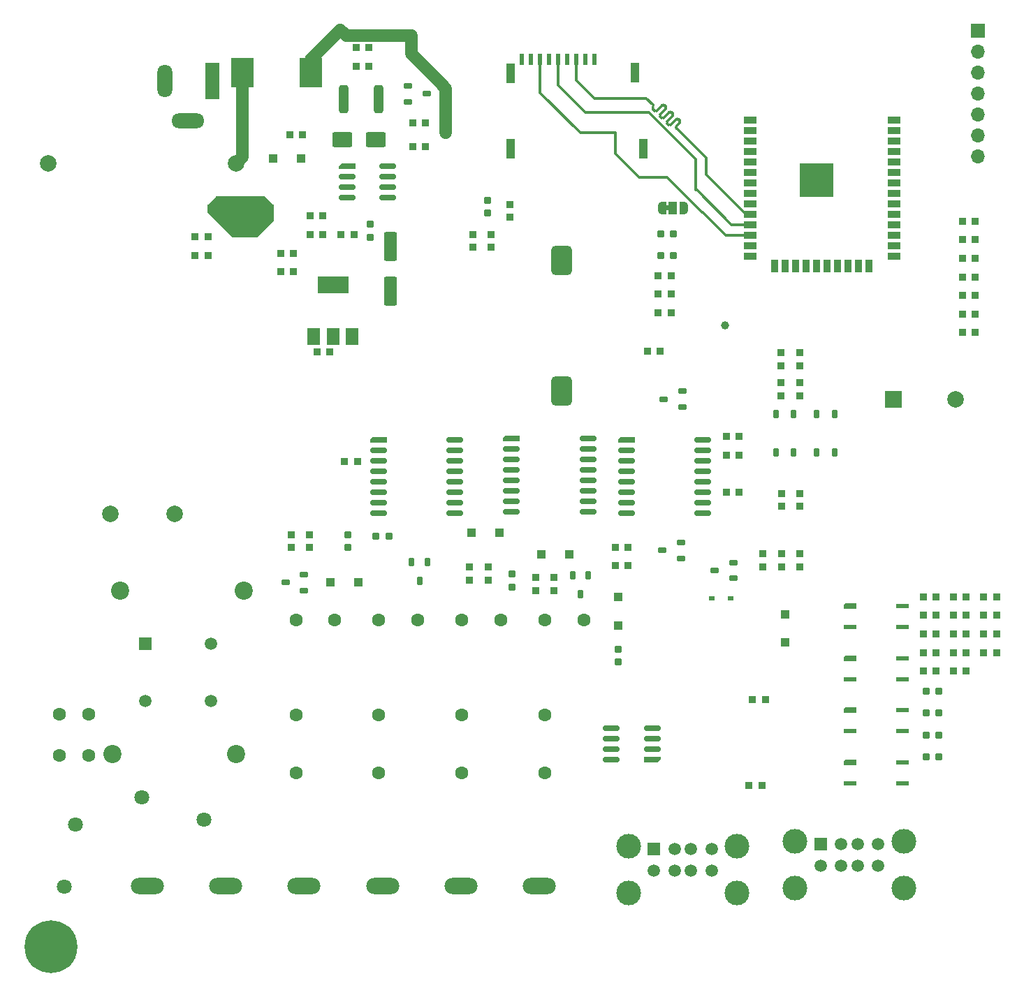
<source format=gbr>
%TF.GenerationSoftware,KiCad,Pcbnew,9.0.2*%
%TF.CreationDate,2025-09-14T14:53:02+07:00*%
%TF.ProjectId,train1,74726169-6e31-42e6-9b69-6361645f7063,rev?*%
%TF.SameCoordinates,Original*%
%TF.FileFunction,Copper,L1,Top*%
%TF.FilePolarity,Positive*%
%FSLAX46Y46*%
G04 Gerber Fmt 4.6, Leading zero omitted, Abs format (unit mm)*
G04 Created by KiCad (PCBNEW 9.0.2) date 2025-09-14 14:53:02*
%MOMM*%
%LPD*%
G01*
G04 APERTURE LIST*
G04 Aperture macros list*
%AMRoundRect*
0 Rectangle with rounded corners*
0 $1 Rounding radius*
0 $2 $3 $4 $5 $6 $7 $8 $9 X,Y pos of 4 corners*
0 Add a 4 corners polygon primitive as box body*
4,1,4,$2,$3,$4,$5,$6,$7,$8,$9,$2,$3,0*
0 Add four circle primitives for the rounded corners*
1,1,$1+$1,$2,$3*
1,1,$1+$1,$4,$5*
1,1,$1+$1,$6,$7*
1,1,$1+$1,$8,$9*
0 Add four rect primitives between the rounded corners*
20,1,$1+$1,$2,$3,$4,$5,0*
20,1,$1+$1,$4,$5,$6,$7,0*
20,1,$1+$1,$6,$7,$8,$9,0*
20,1,$1+$1,$8,$9,$2,$3,0*%
%AMOutline4P*
0 Free polygon, 4 corners , with rotation*
0 The origin of the aperture is its center*
0 number of corners: always 4*
0 $1 to $8 corner X, Y*
0 $9 Rotation angle, in degrees counterclockwise*
0 create outline with 4 corners*
4,1,4,$1,$2,$3,$4,$5,$6,$7,$8,$1,$2,$9*%
%AMOutline5P*
0 Free polygon, 5 corners , with rotation*
0 The origin of the aperture is its center*
0 number of corners: always 5*
0 $1 to $10 corner X, Y*
0 $11 Rotation angle, in degrees counterclockwise*
0 create outline with 5 corners*
4,1,5,$1,$2,$3,$4,$5,$6,$7,$8,$9,$10,$1,$2,$11*%
%AMOutline6P*
0 Free polygon, 6 corners , with rotation*
0 The origin of the aperture is its center*
0 number of corners: always 6*
0 $1 to $12 corner X, Y*
0 $13 Rotation angle, in degrees counterclockwise*
0 create outline with 6 corners*
4,1,6,$1,$2,$3,$4,$5,$6,$7,$8,$9,$10,$11,$12,$1,$2,$13*%
%AMOutline7P*
0 Free polygon, 7 corners , with rotation*
0 The origin of the aperture is its center*
0 number of corners: always 7*
0 $1 to $14 corner X, Y*
0 $15 Rotation angle, in degrees counterclockwise*
0 create outline with 7 corners*
4,1,7,$1,$2,$3,$4,$5,$6,$7,$8,$9,$10,$11,$12,$13,$14,$1,$2,$15*%
%AMOutline8P*
0 Free polygon, 8 corners , with rotation*
0 The origin of the aperture is its center*
0 number of corners: always 8*
0 $1 to $16 corner X, Y*
0 $17 Rotation angle, in degrees counterclockwise*
0 create outline with 8 corners*
4,1,8,$1,$2,$3,$4,$5,$6,$7,$8,$9,$10,$11,$12,$13,$14,$15,$16,$1,$2,$17*%
%AMFreePoly0*
4,1,23,0.550000,-0.750000,0.000000,-0.750000,0.000000,-0.745722,-0.065263,-0.745722,-0.191342,-0.711940,-0.304381,-0.646677,-0.396677,-0.554381,-0.461940,-0.441342,-0.495722,-0.315263,-0.495722,-0.250000,-0.500000,-0.250000,-0.500000,0.250000,-0.495722,0.250000,-0.495722,0.315263,-0.461940,0.441342,-0.396677,0.554381,-0.304381,0.646677,-0.191342,0.711940,-0.065263,0.745722,0.000000,0.745722,
0.000000,0.750000,0.550000,0.750000,0.550000,-0.750000,0.550000,-0.750000,$1*%
%AMFreePoly1*
4,1,23,0.000000,0.745722,0.065263,0.745722,0.191342,0.711940,0.304381,0.646677,0.396677,0.554381,0.461940,0.441342,0.495722,0.315263,0.495722,0.250000,0.500000,0.250000,0.500000,-0.250000,0.495722,-0.250000,0.495722,-0.315263,0.461940,-0.441342,0.396677,-0.554381,0.304381,-0.646677,0.191342,-0.711940,0.065263,-0.745722,0.000000,-0.745722,0.000000,-0.750000,-0.550000,-0.750000,
-0.550000,0.750000,0.000000,0.750000,0.000000,0.745722,0.000000,0.745722,$1*%
G04 Aperture macros list end*
%TA.AperFunction,EtchedComponent*%
%ADD10C,0.000000*%
%TD*%
%TA.AperFunction,ComponentPad*%
%ADD11R,2.000000X2.000000*%
%TD*%
%TA.AperFunction,ComponentPad*%
%ADD12C,2.000000*%
%TD*%
%TA.AperFunction,ComponentPad*%
%ADD13O,1.700000X1.700000*%
%TD*%
%TA.AperFunction,ComponentPad*%
%ADD14R,1.700000X1.700000*%
%TD*%
%TA.AperFunction,SMDPad,CuDef*%
%ADD15R,2.700000X3.600000*%
%TD*%
%TA.AperFunction,SMDPad,CuDef*%
%ADD16RoundRect,0.275000X0.275000X0.275000X-0.275000X0.275000X-0.275000X-0.275000X0.275000X-0.275000X0*%
%TD*%
%TA.AperFunction,SMDPad,CuDef*%
%ADD17RoundRect,0.180000X1.020000X0.720000X-1.020000X0.720000X-1.020000X-0.720000X1.020000X-0.720000X0*%
%TD*%
%TA.AperFunction,SMDPad,CuDef*%
%ADD18RoundRect,0.085000X0.340000X0.365000X-0.340000X0.365000X-0.340000X-0.365000X0.340000X-0.365000X0*%
%TD*%
%TA.AperFunction,SMDPad,CuDef*%
%ADD19RoundRect,0.085000X-0.340000X-0.365000X0.340000X-0.365000X0.340000X0.365000X-0.340000X0.365000X0*%
%TD*%
%TA.AperFunction,SMDPad,CuDef*%
%ADD20RoundRect,0.250000X0.312500X1.450000X-0.312500X1.450000X-0.312500X-1.450000X0.312500X-1.450000X0*%
%TD*%
%TA.AperFunction,SMDPad,CuDef*%
%ADD21RoundRect,0.127500X0.322500X-0.297500X0.322500X0.297500X-0.322500X0.297500X-0.322500X-0.297500X0*%
%TD*%
%TA.AperFunction,SMDPad,CuDef*%
%ADD22RoundRect,0.150000X-0.825000X-0.150000X0.825000X-0.150000X0.825000X0.150000X-0.825000X0.150000X0*%
%TD*%
%TA.AperFunction,SMDPad,CuDef*%
%ADD23Outline5P,-0.975000X0.000000X-0.675000X0.300000X0.975000X0.300000X0.975000X-0.300000X-0.975000X-0.300000X0.000000*%
%TD*%
%TA.AperFunction,SMDPad,CuDef*%
%ADD24RoundRect,0.127500X-0.297500X-0.322500X0.297500X-0.322500X0.297500X0.322500X-0.297500X0.322500X0*%
%TD*%
%TA.AperFunction,SMDPad,CuDef*%
%ADD25Outline5P,-0.750000X0.120000X-0.570000X0.300000X0.750000X0.300000X0.750000X-0.300000X-0.750000X-0.300000X0.000000*%
%TD*%
%TA.AperFunction,SMDPad,CuDef*%
%ADD26R,1.500000X0.600000*%
%TD*%
%TA.AperFunction,SMDPad,CuDef*%
%ADD27RoundRect,0.085000X0.365000X-0.340000X0.365000X0.340000X-0.365000X0.340000X-0.365000X-0.340000X0*%
%TD*%
%TA.AperFunction,ComponentPad*%
%ADD28C,1.607998*%
%TD*%
%TA.AperFunction,ComponentPad*%
%ADD29C,1.600000*%
%TD*%
%TA.AperFunction,ComponentPad*%
%ADD30R,1.500000X1.500000*%
%TD*%
%TA.AperFunction,ComponentPad*%
%ADD31C,1.500000*%
%TD*%
%TA.AperFunction,ComponentPad*%
%ADD32C,3.000000*%
%TD*%
%TA.AperFunction,SMDPad,CuDef*%
%ADD33RoundRect,0.085000X-0.365000X0.340000X-0.365000X-0.340000X0.365000X-0.340000X0.365000X0.340000X0*%
%TD*%
%TA.AperFunction,ComponentPad*%
%ADD34Outline4P,-0.750000X-0.750000X0.750000X-0.750000X0.750000X0.750000X-0.750000X0.750000X0.000000*%
%TD*%
%TA.AperFunction,SMDPad,CuDef*%
%ADD35RoundRect,0.090000X-0.410000X-0.210000X0.410000X-0.210000X0.410000X0.210000X-0.410000X0.210000X0*%
%TD*%
%TA.AperFunction,SMDPad,CuDef*%
%ADD36Outline5P,-1.025000X0.000000X-0.725000X0.300000X1.025000X0.300000X1.025000X-0.300000X-1.025000X-0.300000X0.000000*%
%TD*%
%TA.AperFunction,SMDPad,CuDef*%
%ADD37RoundRect,0.150000X-0.875000X-0.150000X0.875000X-0.150000X0.875000X0.150000X-0.875000X0.150000X0*%
%TD*%
%TA.AperFunction,ComponentPad*%
%ADD38C,2.200000*%
%TD*%
%TA.AperFunction,SMDPad,CuDef*%
%ADD39RoundRect,0.275000X0.275000X-0.275000X0.275000X0.275000X-0.275000X0.275000X-0.275000X-0.275000X0*%
%TD*%
%TA.AperFunction,SMDPad,CuDef*%
%ADD40RoundRect,0.162500X-0.162500X0.362500X-0.162500X-0.362500X0.162500X-0.362500X0.162500X0.362500X0*%
%TD*%
%TA.AperFunction,SMDPad,CuDef*%
%ADD41RoundRect,0.090000X-0.210000X0.410000X-0.210000X-0.410000X0.210000X-0.410000X0.210000X0.410000X0*%
%TD*%
%TA.AperFunction,ComponentPad*%
%ADD42C,1.800000*%
%TD*%
%TA.AperFunction,SMDPad,CuDef*%
%ADD43RoundRect,0.647700X0.647700X-1.155700X0.647700X1.155700X-0.647700X1.155700X-0.647700X-1.155700X0*%
%TD*%
%TA.AperFunction,SMDPad,CuDef*%
%ADD44R,1.500000X0.900000*%
%TD*%
%TA.AperFunction,SMDPad,CuDef*%
%ADD45R,0.900000X1.500000*%
%TD*%
%TA.AperFunction,ComponentPad*%
%ADD46C,0.600000*%
%TD*%
%TA.AperFunction,SMDPad,CuDef*%
%ADD47R,4.100000X4.100000*%
%TD*%
%TA.AperFunction,SMDPad,CuDef*%
%ADD48R,0.800000X0.600000*%
%TD*%
%TA.AperFunction,SMDPad,CuDef*%
%ADD49FreePoly0,0.000000*%
%TD*%
%TA.AperFunction,SMDPad,CuDef*%
%ADD50R,1.000000X1.500000*%
%TD*%
%TA.AperFunction,SMDPad,CuDef*%
%ADD51FreePoly1,0.000000*%
%TD*%
%TA.AperFunction,SMDPad,CuDef*%
%ADD52RoundRect,0.090000X0.410000X0.210000X-0.410000X0.210000X-0.410000X-0.210000X0.410000X-0.210000X0*%
%TD*%
%TA.AperFunction,SMDPad,CuDef*%
%ADD53R,0.620000X1.400000*%
%TD*%
%TA.AperFunction,SMDPad,CuDef*%
%ADD54R,1.100000X2.400000*%
%TD*%
%TA.AperFunction,ComponentPad*%
%ADD55R,1.800000X4.400000*%
%TD*%
%TA.AperFunction,ComponentPad*%
%ADD56O,1.800000X4.000000*%
%TD*%
%TA.AperFunction,ComponentPad*%
%ADD57O,4.000000X1.800000*%
%TD*%
%TA.AperFunction,SMDPad,CuDef*%
%ADD58RoundRect,0.250000X0.550000X-1.500000X0.550000X1.500000X-0.550000X1.500000X-0.550000X-1.500000X0*%
%TD*%
%TA.AperFunction,SMDPad,CuDef*%
%ADD59R,1.500000X2.000000*%
%TD*%
%TA.AperFunction,SMDPad,CuDef*%
%ADD60R,3.800000X2.000000*%
%TD*%
%TA.AperFunction,SMDPad,CuDef*%
%ADD61C,1.000000*%
%TD*%
%TA.AperFunction,SMDPad,CuDef*%
%ADD62Outline5P,-0.975000X0.000000X-0.675000X0.300000X0.975000X0.300000X0.975000X-0.300000X-0.975000X-0.300000X180.000000*%
%TD*%
%TA.AperFunction,SMDPad,CuDef*%
%ADD63RoundRect,0.150000X0.825000X0.150000X-0.825000X0.150000X-0.825000X-0.150000X0.825000X-0.150000X0*%
%TD*%
%TA.AperFunction,ComponentPad*%
%ADD64O,4.000000X2.000000*%
%TD*%
%TA.AperFunction,ComponentPad*%
%ADD65C,0.800000*%
%TD*%
%TA.AperFunction,ComponentPad*%
%ADD66C,6.400000*%
%TD*%
%TA.AperFunction,SMDPad,CuDef*%
%ADD67RoundRect,0.127500X0.297500X0.322500X-0.297500X0.322500X-0.297500X-0.322500X0.297500X-0.322500X0*%
%TD*%
%TA.AperFunction,Conductor*%
%ADD68C,0.300000*%
%TD*%
%TA.AperFunction,Conductor*%
%ADD69C,1.500000*%
%TD*%
G04 APERTURE END LIST*
D10*
%TA.AperFunction,EtchedComponent*%
%TO.C,JP2*%
G36*
X222015000Y-51700000D02*
G01*
X221515000Y-51700000D01*
X221515000Y-51100000D01*
X222015000Y-51100000D01*
X222015000Y-51700000D01*
G37*
%TD.AperFunction*%
%TD*%
D11*
%TO.P,BZ1,1,-*%
%TO.N,+5V*%
X249100000Y-74600000D03*
D12*
%TO.P,BZ1,2,+*%
%TO.N,Net-(BZ1-+)*%
X256700000Y-74600000D03*
%TD*%
D13*
%TO.P,J5,7,Pin_7*%
%TO.N,+5V*%
X259400000Y-45140000D03*
%TO.P,J5,6,Pin_6*%
%TO.N,+3.3V*%
X259400000Y-42600000D03*
%TO.P,J5,5,Pin_5*%
%TO.N,/ESP32/ESP_BOOT*%
X259400000Y-40060000D03*
%TO.P,J5,4,Pin_4*%
%TO.N,/ESP32/ESP_RX*%
X259400000Y-37520000D03*
%TO.P,J5,3,Pin_3*%
%TO.N,/ESP32/ESP_TX*%
X259400000Y-34980000D03*
%TO.P,J5,2,Pin_2*%
%TO.N,/ESP32/ESP_RST*%
X259400000Y-32440000D03*
D14*
%TO.P,J5,1,Pin_1*%
%TO.N,GND*%
X259400000Y-29900000D03*
%TD*%
D15*
%TO.P,L1,2,2*%
%TO.N,+5V*%
X170250000Y-35000000D03*
%TO.P,L1,1,1*%
%TO.N,/Power/VOUT*%
X178550000Y-35000000D03*
%TD*%
D16*
%TO.P,Z2,2*%
%TO.N,VDC*%
X177325000Y-45400000D03*
%TO.P,Z2,1*%
%TO.N,Net-(Q6-G)*%
X173925000Y-45400000D03*
%TD*%
D17*
%TO.P,D2,2*%
%TO.N,/Power/VOUT*%
X186400000Y-43100000D03*
%TO.P,D2,1*%
%TO.N,GND*%
X182350000Y-43100000D03*
%TD*%
D18*
%TO.P,C10,2*%
%TO.N,VDC*%
X175950000Y-42480000D03*
%TO.P,C10,1*%
%TO.N,GND*%
X177500000Y-42480000D03*
%TD*%
D19*
%TO.P,C14,2*%
%TO.N,+5V*%
X176435000Y-56900000D03*
%TO.P,C14,1*%
%TO.N,GND*%
X174885000Y-56900000D03*
%TD*%
D20*
%TO.P,F2,2*%
%TO.N,/Power/B*%
X182467500Y-38160000D03*
%TO.P,F2,1*%
%TO.N,/Power/A*%
X186742500Y-38160000D03*
%TD*%
D19*
%TO.P,C17,2*%
%TO.N,+3.3V*%
X179975000Y-54600000D03*
%TO.P,C17,1*%
%TO.N,GND*%
X178425000Y-54600000D03*
%TD*%
%TO.P,R6,2*%
%TO.N,/Power/ESP.DN*%
X183735000Y-54650000D03*
%TO.P,R6,1*%
%TO.N,+3.3V*%
X182185000Y-54650000D03*
%TD*%
D21*
%TO.P,LE4,2*%
%TO.N,GND*%
X185700000Y-54925000D03*
%TO.P,LE4,1*%
%TO.N,/Power/ESP.DN*%
X185700000Y-53375000D03*
%TD*%
D19*
%TO.P,C16,2*%
%TO.N,+3.3V*%
X179975000Y-52350000D03*
%TO.P,C16,1*%
%TO.N,GND*%
X178425000Y-52350000D03*
%TD*%
%TO.P,C15,2*%
%TO.N,+5V*%
X176435000Y-59150000D03*
%TO.P,C15,1*%
%TO.N,GND*%
X174885000Y-59150000D03*
%TD*%
D18*
%TO.P,C8,2*%
%TO.N,GND*%
X184025000Y-34200000D03*
%TO.P,C8,1*%
%TO.N,Net-(Q6-G)*%
X185575000Y-34200000D03*
%TD*%
D22*
%TO.P,U1,8,GND*%
%TO.N,GND*%
X187850000Y-46320000D03*
%TO.P,U1,7,GND*%
X187850000Y-47590000D03*
%TO.P,U1,6,GND*%
X187850000Y-48860000D03*
%TO.P,U1,5,GND*%
X187850000Y-50130000D03*
%TO.P,U1,4,ON/OFF*%
X182900000Y-50130000D03*
%TO.P,U1,3,FB*%
%TO.N,Net-(U1-FB)*%
X182900000Y-48860000D03*
%TO.P,U1,2,OUTPUT*%
%TO.N,/Power/VOUT*%
X182900000Y-47590000D03*
D23*
%TO.P,U1,1,VIN*%
%TO.N,VDC*%
X182900000Y-46320000D03*
%TD*%
D19*
%TO.P,R17,2*%
%TO.N,Net-(R17-Pad2)*%
X257975000Y-100805000D03*
%TO.P,R17,1*%
%TO.N,+5V_ISO*%
X256425000Y-100805000D03*
%TD*%
%TO.P,C25,2*%
%TO.N,GND_ISO*%
X254325000Y-103055000D03*
%TO.P,C25,1*%
%TO.N,+5V_ISO*%
X252775000Y-103055000D03*
%TD*%
D24*
%TO.P,LE12,2*%
%TO.N,/INPUT_OUTPUT_DIGI/OUT2*%
X253075000Y-117955000D03*
%TO.P,LE12,1*%
%TO.N,Net-(LE12-Pad1)*%
X254625000Y-117955000D03*
%TD*%
D25*
%TO.P,U9,1*%
%TO.N,Net-(R20-Pad2)*%
X243850000Y-118635000D03*
D26*
%TO.P,U9,2*%
%TO.N,/ESP32/ESP_OUT1*%
X243850000Y-121175000D03*
%TO.P,U9,3*%
%TO.N,GND*%
X250200000Y-121175000D03*
%TO.P,U9,4*%
%TO.N,/INPUT_OUTPUT_DIGI/OUT1*%
X250200000Y-118635000D03*
%TD*%
D24*
%TO.P,LE2,2*%
%TO.N,/ESP32/ESP_IN1*%
X253075000Y-110005000D03*
%TO.P,LE2,1*%
%TO.N,Net-(LE2-Pad1)*%
X254625000Y-110005000D03*
%TD*%
D19*
%TO.P,C13,2*%
%TO.N,GND_ISO*%
X254325000Y-100805000D03*
%TO.P,C13,1*%
%TO.N,+5V_ISO*%
X252775000Y-100805000D03*
%TD*%
D24*
%TO.P,LE9,2*%
%TO.N,/INPUT_OUTPUT_DIGI/OUT1*%
X253075000Y-115305000D03*
%TO.P,LE9,1*%
%TO.N,Net-(LE9-Pad1)*%
X254625000Y-115305000D03*
%TD*%
D26*
%TO.P,U8,4*%
%TO.N,/ESP32/ESP_IN2*%
X250200000Y-112310000D03*
%TO.P,U8,3*%
%TO.N,GND*%
X250200000Y-114850000D03*
%TO.P,U8,2*%
%TO.N,/INPUT_OUTPUT_DIGI/IN2*%
X243850000Y-114850000D03*
D25*
%TO.P,U8,1*%
%TO.N,Net-(R17-Pad2)*%
X243850000Y-112310000D03*
%TD*%
D19*
%TO.P,R4,2*%
%TO.N,Net-(LE2-Pad1)*%
X254325000Y-107555000D03*
%TO.P,R4,1*%
%TO.N,+3.3V*%
X252775000Y-107555000D03*
%TD*%
%TO.P,R3,2*%
%TO.N,/ESP32/ESP_IN1*%
X254325000Y-105305000D03*
%TO.P,R3,1*%
%TO.N,+3.3V*%
X252775000Y-105305000D03*
%TD*%
D26*
%TO.P,U5,4*%
%TO.N,/INPUT_OUTPUT_DIGI/OUT2*%
X250200000Y-99660000D03*
%TO.P,U5,3*%
%TO.N,GND*%
X250200000Y-102200000D03*
%TO.P,U5,2*%
%TO.N,/ESP32/ESP_OUT2*%
X243850000Y-102200000D03*
D25*
%TO.P,U5,1*%
%TO.N,Net-(R27-Pad2)*%
X243850000Y-99660000D03*
%TD*%
D19*
%TO.P,R20,2*%
%TO.N,Net-(R20-Pad2)*%
X257975000Y-107555000D03*
%TO.P,R20,1*%
%TO.N,+3.3V*%
X256425000Y-107555000D03*
%TD*%
%TO.P,R19,2*%
%TO.N,Net-(LE3-Pad1)*%
X257975000Y-105305000D03*
%TO.P,R19,1*%
%TO.N,+3.3V*%
X256425000Y-105305000D03*
%TD*%
D26*
%TO.P,U6,4*%
%TO.N,/ESP32/ESP_IN1*%
X250200000Y-105985000D03*
%TO.P,U6,3*%
%TO.N,GND*%
X250200000Y-108525000D03*
%TO.P,U6,2*%
%TO.N,/INPUT_OUTPUT_DIGI/IN1*%
X243850000Y-108525000D03*
D25*
%TO.P,U6,1*%
%TO.N,Net-(R5-Pad2)*%
X243850000Y-105985000D03*
%TD*%
D19*
%TO.P,R18,2*%
%TO.N,/ESP32/ESP_IN2*%
X257975000Y-103055000D03*
%TO.P,R18,1*%
%TO.N,+3.3V*%
X256425000Y-103055000D03*
%TD*%
D24*
%TO.P,LE3,2*%
%TO.N,/ESP32/ESP_IN2*%
X253075000Y-112655000D03*
%TO.P,LE3,1*%
%TO.N,Net-(LE3-Pad1)*%
X254625000Y-112655000D03*
%TD*%
D27*
%TO.P,R1,1*%
%TO.N,+5V*%
X202650000Y-52525000D03*
%TO.P,R1,2*%
%TO.N,Net-(LE1-Pad1)*%
X202650000Y-50975000D03*
%TD*%
%TO.P,R9,1*%
%TO.N,+5V*%
X197737500Y-96512499D03*
%TO.P,R9,2*%
%TO.N,Net-(LE5-Pad1)*%
X197737500Y-94962499D03*
%TD*%
D19*
%TO.P,R36,1*%
%TO.N,+3.3V*%
X219325000Y-68800000D03*
%TO.P,R36,2*%
%TO.N,/ESP32/ESP_SDCARD_DET*%
X220875000Y-68800000D03*
%TD*%
D24*
%TO.P,LE14,1*%
%TO.N,Net-(LE14-Pad1)*%
X222490000Y-57150000D03*
%TO.P,LE14,2*%
%TO.N,/ESP32/ESP_CO2_TX*%
X220940000Y-57150000D03*
%TD*%
D28*
%TO.P,RL3,1,1*%
%TO.N,Net-(Q4-D)*%
X186766665Y-101400000D03*
%TO.P,RL3,2,2*%
%TO.N,/RELAY/RELAY1_OUT*%
X186766665Y-112900000D03*
%TO.P,RL3,3,3*%
%TO.N,Line   *%
X186766665Y-119899998D03*
%TO.P,RL3,4,4*%
%TO.N,+5V*%
X191466666Y-101400000D03*
%TD*%
D19*
%TO.P,C12,1*%
%TO.N,+5V*%
X252775000Y-98555000D03*
%TO.P,C12,2*%
%TO.N,GND*%
X254325000Y-98555000D03*
%TD*%
D29*
%TO.P,C2,1*%
%TO.N,Net-(PS1-AC{slash}L)*%
X148050000Y-117800000D03*
%TO.P,C2,2*%
%TO.N,Earth*%
X148050000Y-112800000D03*
%TD*%
D12*
%TO.P,PS1,1,AC/L*%
%TO.N,Net-(PS1-AC{slash}L)*%
X154200000Y-88450000D03*
%TO.P,PS1,2,AC/N*%
%TO.N,Net-(PS1-AC{slash}N)*%
X162000000Y-88450000D03*
%TO.P,PS1,3,-Vout*%
%TO.N,GND*%
X146700000Y-45950000D03*
%TO.P,PS1,4,+Vout*%
%TO.N,+5V*%
X169500000Y-45950000D03*
%TD*%
D19*
%TO.P,R38,1*%
%TO.N,Net-(R37-Pad2)*%
X164500000Y-57150000D03*
%TO.P,R38,2*%
%TO.N,+5V*%
X166050000Y-57150000D03*
%TD*%
D21*
%TO.P,LE8,1*%
%TO.N,Net-(LE8-Pad1)*%
X202900000Y-95812500D03*
%TO.P,LE8,2*%
%TO.N,Net-(Q5-D)*%
X202900000Y-97362500D03*
%TD*%
D19*
%TO.P,R32,1*%
%TO.N,+3.3V*%
X257510000Y-64250000D03*
%TO.P,R32,2*%
%TO.N,/ESP32/ESP.SDA*%
X259060000Y-64250000D03*
%TD*%
%TO.P,R23,1*%
%TO.N,+5V_ISO*%
X231625000Y-121400000D03*
%TO.P,R23,2*%
%TO.N,/INPUT_OUTPUT_DIGI/OUT1*%
X233175000Y-121400000D03*
%TD*%
D30*
%TO.P,J2,1,VBUS1*%
%TO.N,+5V_ISO*%
X220100000Y-129120000D03*
D31*
%TO.P,J2,2,D1-*%
%TO.N,/INPUT_OUTPUT_DIGI/IN2*%
X222600000Y-129120000D03*
%TO.P,J2,3,D1+*%
%TO.N,/INPUT_OUTPUT_DIGI/IN1*%
X224600000Y-129120000D03*
%TO.P,J2,4,GND1*%
%TO.N,GND_ISO*%
X227100000Y-129120000D03*
%TO.P,J2,5,VBUS2*%
%TO.N,+5V_ISO*%
X220100000Y-131740000D03*
%TO.P,J2,6,D2-*%
%TO.N,/INPUT_OUTPUT_DIGI/OUT2*%
X222600000Y-131740000D03*
%TO.P,J2,7,D2+*%
%TO.N,/INPUT_OUTPUT_DIGI/OUT1*%
X224600000Y-131740000D03*
%TO.P,J2,8,GND2*%
%TO.N,GND_ISO*%
X227100000Y-131740000D03*
D32*
%TO.P,J2,9,Shield*%
X217030000Y-128770000D03*
X217030000Y-134450000D03*
X230170000Y-128770000D03*
X230170000Y-134450000D03*
%TD*%
D16*
%TO.P,D7,1*%
%TO.N,Net-(Q4-D)*%
X180907500Y-96764999D03*
%TO.P,D7,2*%
%TO.N,+5V*%
X184307500Y-96764999D03*
%TD*%
D33*
%TO.P,R14,1*%
%TO.N,/RELAY/RELAY1*%
X176119999Y-91040000D03*
%TO.P,R14,2*%
%TO.N,GND*%
X176119999Y-92590000D03*
%TD*%
D27*
%TO.P,C6,1*%
%TO.N,+5V*%
X198150000Y-56175000D03*
%TO.P,C6,2*%
%TO.N,GND*%
X198150000Y-54625000D03*
%TD*%
D18*
%TO.P,C11,1*%
%TO.N,+5V*%
X192390000Y-41100000D03*
%TO.P,C11,2*%
%TO.N,GND*%
X190840000Y-41100000D03*
%TD*%
D27*
%TO.P,R22,1*%
%TO.N,/ESP32/ADC*%
X237800000Y-87600000D03*
%TO.P,R22,2*%
%TO.N,Net-(U4-VIOUT)*%
X237800000Y-86050000D03*
%TD*%
D34*
%TO.P,FL1,1,1*%
%TO.N,Neutral*%
X158450000Y-104200000D03*
D31*
%TO.P,FL1,2,2*%
%TO.N,Net-(PS1-AC{slash}N)*%
X158450000Y-111200000D03*
%TO.P,FL1,3,3*%
%TO.N,Net-(C1-Pad2)*%
X166450000Y-104200000D03*
%TO.P,FL1,4,4*%
%TO.N,Net-(PS1-AC{slash}L)*%
X166450000Y-111200000D03*
%TD*%
D19*
%TO.P,R11,1*%
%TO.N,+5V*%
X215415000Y-92530000D03*
%TO.P,R11,2*%
%TO.N,Net-(LE6-Pad1)*%
X216965000Y-92530000D03*
%TD*%
D33*
%TO.P,C28,1*%
%TO.N,/ESP32/ESP_BOOT*%
X235500000Y-68950000D03*
%TO.P,C28,2*%
%TO.N,GND*%
X235500000Y-70500000D03*
%TD*%
D35*
%TO.P,Q6,1,G*%
%TO.N,Net-(Q6-G)*%
X190277500Y-36600000D03*
%TO.P,Q6,2,S*%
%TO.N,VDC*%
X190277500Y-38500000D03*
%TO.P,Q6,3,D*%
%TO.N,/Power/B*%
X192552500Y-37550000D03*
%TD*%
D36*
%TO.P,IC2,1,32KHZ*%
%TO.N,unconnected-(IC2-32KHZ-Pad1)*%
X202800000Y-79310000D03*
D37*
%TO.P,IC2,2,VCC*%
%TO.N,unconnected-(IC2-VCC-Pad2)*%
X202800000Y-80580000D03*
%TO.P,IC2,3,~{INT}/SQW*%
%TO.N,unconnected-(IC2-~{INT}{slash}SQW-Pad3)*%
X202800000Y-81850000D03*
%TO.P,IC2,4,~{RST}*%
%TO.N,unconnected-(IC2-~{RST}-Pad4)*%
X202800000Y-83120000D03*
%TO.P,IC2,5,GND*%
%TO.N,Net-(IC2-GND-Pad10)*%
X202800000Y-84390000D03*
%TO.P,IC2,6,GND*%
X202800000Y-85660000D03*
%TO.P,IC2,7,GND*%
X202800000Y-86930000D03*
%TO.P,IC2,8,GND*%
X202800000Y-88200000D03*
%TO.P,IC2,9,GND*%
X212100000Y-88200000D03*
%TO.P,IC2,10,GND*%
X212100000Y-86930000D03*
%TO.P,IC2,11,GND*%
X212100000Y-85660000D03*
%TO.P,IC2,12,GND*%
X212100000Y-84390000D03*
%TO.P,IC2,13,GND*%
X212100000Y-83120000D03*
%TO.P,IC2,14,VBAT*%
%TO.N,unconnected-(IC2-VBAT-Pad14)*%
X212100000Y-81850000D03*
%TO.P,IC2,15,SDA*%
%TO.N,unconnected-(IC2-SDA-Pad15)*%
X212100000Y-80580000D03*
%TO.P,IC2,16,SCL*%
%TO.N,unconnected-(IC2-SCL-Pad16)*%
X212100000Y-79310000D03*
%TD*%
D27*
%TO.P,C7,1*%
%TO.N,+5V*%
X200400000Y-56175000D03*
%TO.P,C7,2*%
%TO.N,GND*%
X200400000Y-54625000D03*
%TD*%
D28*
%TO.P,RL1,1,1*%
%TO.N,Net-(Q2-D)*%
X196833331Y-101400000D03*
%TO.P,RL1,2,2*%
%TO.N,/RELAY/RELAY2_OUT*%
X196833331Y-112900000D03*
%TO.P,RL1,3,3*%
%TO.N,Line   *%
X196833331Y-119899998D03*
%TO.P,RL1,4,4*%
%TO.N,+5V*%
X201533332Y-101400000D03*
%TD*%
D38*
%TO.P,C1,1*%
%TO.N,Neutral*%
X154490000Y-117590000D03*
%TO.P,C1,2*%
%TO.N,Net-(C1-Pad2)*%
X169490000Y-117590000D03*
%TD*%
D19*
%TO.P,C26,1*%
%TO.N,+3.3V*%
X257510000Y-53000000D03*
%TO.P,C26,2*%
%TO.N,GND*%
X259060000Y-53000000D03*
%TD*%
D39*
%TO.P,D6,1*%
%TO.N,Net-(Q3-D)*%
X215800000Y-98600000D03*
%TO.P,D6,2*%
%TO.N,+5V*%
X215800000Y-102000000D03*
%TD*%
D27*
%TO.P,C22,1*%
%TO.N,/ESP32/ADC*%
X233300000Y-94900000D03*
%TO.P,C22,2*%
%TO.N,GND*%
X233300000Y-93350000D03*
%TD*%
D40*
%TO.P,SW2,1,1*%
%TO.N,GND*%
X237050000Y-76350000D03*
X237050000Y-81000000D03*
%TO.P,SW2,2,2*%
%TO.N,/ESP32/ESP_RST*%
X234900000Y-76350000D03*
X234900000Y-81000000D03*
%TD*%
D41*
%TO.P,Q5,1,G*%
%TO.N,/RELAY/RELAY2*%
X212150000Y-95950000D03*
%TO.P,Q5,2,S*%
%TO.N,GND*%
X210250000Y-95950000D03*
%TO.P,Q5,3,D*%
%TO.N,Net-(Q5-D)*%
X211200000Y-98225000D03*
%TD*%
D19*
%TO.P,C31,1*%
%TO.N,/ESP32/ADC*%
X257510000Y-57500000D03*
%TO.P,C31,2*%
%TO.N,GND*%
X259060000Y-57500000D03*
%TD*%
D18*
%TO.P,R2,1*%
%TO.N,Net-(Q6-G)*%
X185575000Y-31950000D03*
%TO.P,R2,2*%
%TO.N,GND*%
X184025000Y-31950000D03*
%TD*%
D19*
%TO.P,R7,1*%
%TO.N,/ESP32/Buzzer*%
X232050000Y-111000000D03*
%TO.P,R7,2*%
%TO.N,GND*%
X233600000Y-111000000D03*
%TD*%
D38*
%TO.P,C3,1*%
%TO.N,Net-(PS1-AC{slash}N)*%
X155390000Y-97810000D03*
%TO.P,C3,2*%
%TO.N,Net-(PS1-AC{slash}L)*%
X170390000Y-97810000D03*
%TD*%
D19*
%TO.P,C29,1*%
%TO.N,/ESP32/ESP_RST*%
X257510000Y-55250000D03*
%TO.P,C29,2*%
%TO.N,GND*%
X259060000Y-55250000D03*
%TD*%
D33*
%TO.P,R35,1*%
%TO.N,+3.3V*%
X235500000Y-72600000D03*
%TO.P,R35,2*%
%TO.N,Net-(LE14-Pad1)*%
X235500000Y-74150000D03*
%TD*%
D27*
%TO.P,R10,1*%
%TO.N,/RELAY/RELAY3*%
X199987500Y-96512499D03*
%TO.P,R10,2*%
%TO.N,GND*%
X199987500Y-94962499D03*
%TD*%
D28*
%TO.P,RL4,1,1*%
%TO.N,Net-(Q5-D)*%
X176699999Y-101400000D03*
%TO.P,RL4,2,2*%
%TO.N,/RELAY/RELAY3_OUT*%
X176699999Y-112900000D03*
%TO.P,RL4,3,3*%
%TO.N,Line   *%
X176699999Y-119899998D03*
%TO.P,RL4,4,4*%
%TO.N,+5V*%
X181400000Y-101400000D03*
%TD*%
D19*
%TO.P,R29,1*%
%TO.N,+5V_ISO*%
X260075000Y-105305000D03*
%TO.P,R29,2*%
%TO.N,Net-(LE12-Pad1)*%
X261625000Y-105305000D03*
%TD*%
D42*
%TO.P,RV1,1*%
%TO.N,Neutral*%
X158050000Y-122850000D03*
%TO.P,RV1,2*%
%TO.N,Net-(C1-Pad2)*%
X165550000Y-125550000D03*
%TD*%
D43*
%TO.P,BT1,1,+*%
%TO.N,Net-(BT1-+)*%
X208899998Y-57775600D03*
%TO.P,BT1,2,-*%
%TO.N,GND*%
X208899998Y-73574400D03*
%TD*%
D19*
%TO.P,R37,1*%
%TO.N,Net-(U1-FB)*%
X164500000Y-54900000D03*
%TO.P,R37,2*%
%TO.N,Net-(R37-Pad2)*%
X166050000Y-54900000D03*
%TD*%
D44*
%TO.P,U10,1,GND*%
%TO.N,GND*%
X231750000Y-40715000D03*
%TO.P,U10,2,VDD*%
%TO.N,+3.3V*%
X231750000Y-41985000D03*
%TO.P,U10,3,EN*%
%TO.N,/ESP32/ESP_RST*%
X231750000Y-43255000D03*
%TO.P,U10,4,SENSOR_VP*%
%TO.N,/ESP32/ESP_IN1*%
X231750000Y-44525000D03*
%TO.P,U10,5,SENSOR_VN*%
%TO.N,/ESP32/ESP_IN2*%
X231750000Y-45795000D03*
%TO.P,U10,6,IO34*%
%TO.N,/ESP32/ADC*%
X231750000Y-47065000D03*
%TO.P,U10,7,IO35*%
%TO.N,/ESP32/ESP_SDCARD_DET*%
X231750000Y-48335000D03*
%TO.P,U10,8,IO32*%
%TO.N,unconnected-(U10-IO32-Pad8)*%
X231750000Y-49605000D03*
%TO.P,U10,9,IO33*%
%TO.N,/ESP32/ESP_SDCARD_CS*%
X231750000Y-50875000D03*
%TO.P,U10,10,IO25*%
%TO.N,/ESP32/ESP_SPI.MOSI*%
X231750000Y-52145000D03*
%TO.P,U10,11,IO26*%
%TO.N,/ESP32/ESP_SPI.SCK*%
X231750000Y-53415000D03*
%TO.P,U10,12,IO27*%
%TO.N,/ESP32/ESP_SPI.MISO*%
X231750000Y-54685000D03*
%TO.P,U10,13,IO14*%
%TO.N,/ESP32/ESP.DN*%
X231750000Y-55955000D03*
%TO.P,U10,14,IO12*%
%TO.N,unconnected-(U10-IO12-Pad14)*%
X231750000Y-57225000D03*
D45*
%TO.P,U10,15,GND*%
%TO.N,GND*%
X234780000Y-58475000D03*
%TO.P,U10,16,IO13*%
%TO.N,/ESP32/ESP.DP*%
X236050000Y-58475000D03*
%TO.P,U10,17,SHD/SD2*%
%TO.N,unconnected-(U10-SHD{slash}SD2-Pad17)*%
X237320000Y-58475000D03*
%TO.P,U10,18,SWP/SD3*%
%TO.N,unconnected-(U10-SWP{slash}SD3-Pad18)*%
X238590000Y-58475000D03*
%TO.P,U10,19,SCS/CMD*%
%TO.N,unconnected-(U10-SCS{slash}CMD-Pad19)*%
X239860000Y-58475000D03*
%TO.P,U10,20,SCK/CLK*%
%TO.N,unconnected-(U10-SCK{slash}CLK-Pad20)*%
X241130000Y-58475000D03*
%TO.P,U10,21,SDO/SD0*%
%TO.N,unconnected-(U10-SDO{slash}SD0-Pad21)*%
X242400000Y-58475000D03*
%TO.P,U10,22,SDI/SD1*%
%TO.N,unconnected-(U10-SDI{slash}SD1-Pad22)*%
X243670000Y-58475000D03*
%TO.P,U10,23,IO15*%
%TO.N,unconnected-(U10-IO15-Pad23)*%
X244940000Y-58475000D03*
%TO.P,U10,24,IO2*%
%TO.N,unconnected-(U10-IO2-Pad24)*%
X246210000Y-58475000D03*
D44*
%TO.P,U10,25,IO0*%
%TO.N,/ESP32/ESP_BOOT*%
X249250000Y-57225000D03*
%TO.P,U10,26,IO4*%
%TO.N,/ESP32/Buzzer*%
X249250000Y-55955000D03*
%TO.P,U10,27,IO16*%
%TO.N,/ESP32/ESP_OUT1*%
X249250000Y-54685000D03*
%TO.P,U10,28,IO17*%
%TO.N,/ESP32/ESP_OUT2*%
X249250000Y-53415000D03*
%TO.P,U10,29,IO5*%
%TO.N,Net-(U10-IO5)*%
X249250000Y-52145000D03*
%TO.P,U10,30,IO18*%
%TO.N,/ESP32/ESP_CO2_RX*%
X249250000Y-50875000D03*
%TO.P,U10,31,IO19*%
%TO.N,/ESP32/ESP_CO2_TX*%
X249250000Y-49605000D03*
%TO.P,U10,32,NC*%
%TO.N,unconnected-(U10-NC-Pad32)*%
X249250000Y-48335000D03*
%TO.P,U10,33,IO21*%
%TO.N,/ESP32/ESP.SCL*%
X249250000Y-47065000D03*
%TO.P,U10,34,RXD0/IO3*%
%TO.N,/ESP32/ESP_RX*%
X249250000Y-45795000D03*
%TO.P,U10,35,TXD0/IO1*%
%TO.N,/ESP32/ESP_TX*%
X249250000Y-44525000D03*
%TO.P,U10,36,IO22*%
%TO.N,/ESP32/ESP.SDA*%
X249250000Y-43255000D03*
%TO.P,U10,37,IO23*%
%TO.N,unconnected-(U10-IO23-Pad37)*%
X249250000Y-41985000D03*
%TO.P,U10,38,GND*%
%TO.N,GND*%
X249250000Y-40715000D03*
D46*
%TO.P,U10,39,GND*%
X238250000Y-46475000D03*
X238250000Y-47475000D03*
X238250000Y-48475000D03*
X238250000Y-49475000D03*
X239250000Y-46475000D03*
X239250000Y-47475000D03*
X239250000Y-48475000D03*
X239250000Y-49475000D03*
D47*
X239820000Y-48055000D03*
D46*
X240250000Y-46475000D03*
X240250000Y-47475000D03*
X240250000Y-48475000D03*
X240250000Y-49475000D03*
X241250000Y-46475000D03*
X241250000Y-47475000D03*
X241250000Y-48475000D03*
X241250000Y-49475000D03*
%TD*%
D16*
%TO.P,D5,1*%
%TO.N,Net-(Q2-D)*%
X197987500Y-90737499D03*
%TO.P,D5,2*%
%TO.N,+5V*%
X201387500Y-90737499D03*
%TD*%
D48*
%TO.P,D3,1*%
%TO.N,Net-(BZ1-+)*%
X229440400Y-98745000D03*
%TO.P,D3,2*%
%TO.N,+5V*%
X227160400Y-98745000D03*
%TD*%
D49*
%TO.P,JP2,1,A*%
%TO.N,+3.3V*%
X221115000Y-51400000D03*
D50*
%TO.P,JP2,2,C*%
%TO.N,Net-(J4-VBUS1)*%
X222415000Y-51400000D03*
D51*
%TO.P,JP2,3,B*%
%TO.N,+5V*%
X223715000Y-51400000D03*
%TD*%
D19*
%TO.P,R33,1*%
%TO.N,+3.3V*%
X257510000Y-66500000D03*
%TO.P,R33,2*%
%TO.N,/ESP32/ESP.SCL*%
X259060000Y-66500000D03*
%TD*%
D27*
%TO.P,R15,1*%
%TO.N,+5V*%
X205750000Y-97775000D03*
%TO.P,R15,2*%
%TO.N,Net-(LE8-Pad1)*%
X205750000Y-96225000D03*
%TD*%
D52*
%TO.P,D4,1*%
%TO.N,Net-(D4-Pad1)*%
X223529000Y-75524558D03*
%TO.P,D4,2*%
%TO.N,Net-(BT1-+)*%
X223529000Y-73624558D03*
%TO.P,D4,3*%
%TO.N,Net-(IC1-VBAT)*%
X221254000Y-74574558D03*
%TD*%
D53*
%TO.P,J6,1,DAT2*%
%TO.N,unconnected-(J6-DAT2-Pad1)*%
X212905000Y-33400000D03*
%TO.P,J6,2,DAT3/CD*%
%TO.N,/ESP32/ESP_SDCARD_CS*%
X211805000Y-33400000D03*
%TO.P,J6,3,CMD*%
%TO.N,/ESP32/ESP_SPI.MOSI*%
X210705000Y-33400000D03*
%TO.P,J6,4,VDD*%
%TO.N,+3.3V*%
X209605000Y-33400000D03*
%TO.P,J6,5,CLK*%
%TO.N,/ESP32/ESP_SPI.SCK*%
X208505000Y-33400000D03*
%TO.P,J6,6,VSS*%
%TO.N,GND*%
X207405000Y-33400000D03*
%TO.P,J6,7,DAT0*%
%TO.N,/ESP32/ESP_SPI.MISO*%
X206305000Y-33400000D03*
%TO.P,J6,8,DAT1*%
%TO.N,unconnected-(J6-DAT1-Pad8)*%
X205205000Y-33400000D03*
%TO.P,J6,9,DET*%
%TO.N,/ESP32/ESP_SDCARD_DET*%
X204105000Y-33400000D03*
D54*
%TO.P,J6,10,SHIELD*%
%TO.N,GND*%
X202725000Y-35025000D03*
X202725000Y-44205000D03*
X217825000Y-34950000D03*
X218800000Y-44200000D03*
%TD*%
D39*
%TO.P,Z1,1*%
%TO.N,GND*%
X235985000Y-100670000D03*
%TO.P,Z1,2*%
%TO.N,/ESP32/ADC*%
X235985000Y-104070000D03*
%TD*%
D19*
%TO.P,C33,1*%
%TO.N,GND*%
X220640000Y-64100000D03*
%TO.P,C33,2*%
%TO.N,+5V*%
X222190000Y-64100000D03*
%TD*%
D27*
%TO.P,C23,1*%
%TO.N,Net-(U4-FILTER)*%
X235550000Y-94900000D03*
%TO.P,C23,2*%
%TO.N,GND*%
X235550000Y-93350000D03*
%TD*%
D19*
%TO.P,R8,1*%
%TO.N,+3.3V*%
X228905000Y-85837893D03*
%TO.P,R8,2*%
%TO.N,Net-(D4-Pad1)*%
X230455000Y-85837893D03*
%TD*%
D55*
%TO.P,J1,1*%
%TO.N,/Power/A*%
X166600000Y-36000000D03*
D56*
%TO.P,J1,2*%
%TO.N,GND*%
X160800000Y-36000000D03*
D57*
X163600000Y-40800000D03*
%TD*%
D21*
%TO.P,LE6,1*%
%TO.N,Net-(LE6-Pad1)*%
X215815000Y-104930000D03*
%TO.P,LE6,2*%
%TO.N,Net-(Q3-D)*%
X215815000Y-106480000D03*
%TD*%
D28*
%TO.P,RL2,1,1*%
%TO.N,Net-(Q3-D)*%
X206899999Y-101400000D03*
%TO.P,RL2,2,2*%
%TO.N,/RELAY/RELAY_4_CURRENT*%
X206899999Y-112900000D03*
%TO.P,RL2,3,3*%
%TO.N,Line   *%
X206899999Y-119899998D03*
%TO.P,RL2,4,4*%
%TO.N,+5V*%
X211600000Y-101400000D03*
%TD*%
D21*
%TO.P,LE7,1*%
%TO.N,Net-(LE7-Pad1)*%
X182969999Y-91040000D03*
%TO.P,LE7,2*%
%TO.N,Net-(Q4-D)*%
X182969999Y-92590000D03*
%TD*%
D27*
%TO.P,C24,1*%
%TO.N,+5V*%
X237800000Y-94900000D03*
%TO.P,C24,2*%
%TO.N,GND*%
X237800000Y-93350000D03*
%TD*%
D58*
%TO.P,C5,1*%
%TO.N,+5V*%
X188200000Y-61500000D03*
%TO.P,C5,2*%
%TO.N,GND*%
X188200000Y-56100000D03*
%TD*%
D59*
%TO.P,U2,1,GND*%
%TO.N,GND*%
X178900000Y-67000000D03*
%TO.P,U2,2,VO*%
%TO.N,+3.3V*%
X181200000Y-67000000D03*
D60*
X181200000Y-60700000D03*
D59*
%TO.P,U2,3,VI*%
%TO.N,+5V*%
X183500000Y-67000000D03*
%TD*%
D19*
%TO.P,C19,1*%
%TO.N,GND*%
X228905000Y-81337893D03*
%TO.P,C19,2*%
%TO.N,+3.3V*%
X230455000Y-81337893D03*
%TD*%
D33*
%TO.P,R34,1*%
%TO.N,+3.3V*%
X237750000Y-72600000D03*
%TO.P,R34,2*%
%TO.N,Net-(LE13-Pad1)*%
X237750000Y-74150000D03*
%TD*%
D27*
%TO.P,R16,1*%
%TO.N,/RELAY/RELAY2*%
X208000000Y-97775000D03*
%TO.P,R16,2*%
%TO.N,GND*%
X208000000Y-96225000D03*
%TD*%
D16*
%TO.P,D8,1*%
%TO.N,Net-(Q5-D)*%
X206470000Y-93440000D03*
%TO.P,D8,2*%
%TO.N,+5V*%
X209870000Y-93440000D03*
%TD*%
D19*
%TO.P,C30,1*%
%TO.N,GND*%
X220640000Y-59600000D03*
%TO.P,C30,2*%
%TO.N,+3.3V*%
X222190000Y-59600000D03*
%TD*%
D27*
%TO.P,R21,1*%
%TO.N,/ESP32/ADC*%
X235550000Y-87600000D03*
%TO.P,R21,2*%
%TO.N,GND*%
X235550000Y-86050000D03*
%TD*%
D19*
%TO.P,R30,1*%
%TO.N,+3.3V*%
X257510000Y-59750000D03*
%TO.P,R30,2*%
%TO.N,/ESP32/ESP_BOOT*%
X259060000Y-59750000D03*
%TD*%
%TO.P,C18,1*%
%TO.N,GND*%
X228905000Y-79087893D03*
%TO.P,C18,2*%
%TO.N,+3.3V*%
X230455000Y-79087893D03*
%TD*%
D42*
%TO.P,F1,1*%
%TO.N,Line   *%
X148600000Y-133700000D03*
%TO.P,F1,2*%
%TO.N,Net-(C1-Pad2)*%
X150000000Y-126200000D03*
%TD*%
D19*
%TO.P,R5,1*%
%TO.N,+5V_ISO*%
X256425000Y-98555000D03*
%TO.P,R5,2*%
%TO.N,Net-(R5-Pad2)*%
X257975000Y-98555000D03*
%TD*%
D24*
%TO.P,LE13,1*%
%TO.N,Net-(LE13-Pad1)*%
X222490000Y-54500000D03*
%TO.P,LE13,2*%
%TO.N,/ESP32/ESP_CO2_RX*%
X220940000Y-54500000D03*
%TD*%
D30*
%TO.P,J4,1,VBUS1*%
%TO.N,Net-(J4-VBUS1)*%
X240300000Y-128520000D03*
D31*
%TO.P,J4,2,D1-*%
%TO.N,/ESP32/ESP.SDA*%
X242800000Y-128520000D03*
%TO.P,J4,3,D1+*%
%TO.N,/ESP32/ESP.SCL*%
X244800000Y-128520000D03*
%TO.P,J4,4,GND1*%
%TO.N,GND*%
X247300000Y-128520000D03*
%TO.P,J4,5,VBUS2*%
%TO.N,+5V*%
X240300000Y-131140000D03*
%TO.P,J4,6,D2-*%
%TO.N,/ESP32/ESP_CO2_TX*%
X242800000Y-131140000D03*
%TO.P,J4,7,D2+*%
%TO.N,/ESP32/ESP_CO2_RX*%
X244800000Y-131140000D03*
%TO.P,J4,8,GND2*%
%TO.N,GND*%
X247300000Y-131140000D03*
D32*
%TO.P,J4,9,Shield*%
X237230000Y-128170000D03*
X237230000Y-133850000D03*
X250370000Y-128170000D03*
X250370000Y-133850000D03*
%TD*%
D19*
%TO.P,R26,1*%
%TO.N,+5V_ISO*%
X260075000Y-98555000D03*
%TO.P,R26,2*%
%TO.N,Net-(LE9-Pad1)*%
X261625000Y-98555000D03*
%TD*%
D41*
%TO.P,Q2,1,G*%
%TO.N,/RELAY/RELAY3*%
X192637500Y-94349999D03*
%TO.P,Q2,2,S*%
%TO.N,GND*%
X190737500Y-94349999D03*
%TO.P,Q2,3,D*%
%TO.N,Net-(Q2-D)*%
X191687500Y-96624999D03*
%TD*%
D61*
%TO.P,TP1,1,1*%
%TO.N,Net-(U10-IO5)*%
X228765000Y-65670000D03*
%TD*%
D19*
%TO.P,R27,1*%
%TO.N,+3.3V*%
X260075000Y-100805000D03*
%TO.P,R27,2*%
%TO.N,Net-(R27-Pad2)*%
X261625000Y-100805000D03*
%TD*%
D62*
%TO.P,U4,1,IP+*%
%TO.N,/RELAY/RELAY_4_CURRENT*%
X219900000Y-118280000D03*
D63*
%TO.P,U4,2,IP+*%
X219900000Y-117010000D03*
%TO.P,U4,3,IP-*%
%TO.N,/RELAY/RELAY4_OUT*%
X219900000Y-115740000D03*
%TO.P,U4,4,IP-*%
X219900000Y-114470000D03*
%TO.P,U4,5,GND*%
%TO.N,GND*%
X214950000Y-114470000D03*
%TO.P,U4,6,FILTER*%
%TO.N,Net-(U4-FILTER)*%
X214950000Y-115740000D03*
%TO.P,U4,7,VIOUT*%
%TO.N,Net-(U4-VIOUT)*%
X214950000Y-117010000D03*
%TO.P,U4,8,VCC*%
%TO.N,+5V*%
X214950000Y-118280000D03*
%TD*%
D52*
%TO.P,Q3,1,G*%
%TO.N,/RELAY/RELAY4*%
X223352500Y-93880000D03*
%TO.P,Q3,2,S*%
%TO.N,GND*%
X223352500Y-91980000D03*
%TO.P,Q3,3,D*%
%TO.N,Net-(Q3-D)*%
X221077500Y-92930000D03*
%TD*%
D33*
%TO.P,C27,1*%
%TO.N,+3.3V*%
X237750000Y-68950000D03*
%TO.P,C27,2*%
%TO.N,GND*%
X237750000Y-70500000D03*
%TD*%
D19*
%TO.P,C21,1*%
%TO.N,GND*%
X182605000Y-82156393D03*
%TO.P,C21,2*%
%TO.N,+3.3V*%
X184155000Y-82156393D03*
%TD*%
D36*
%TO.P,IC1,1,32KHZ*%
%TO.N,unconnected-(IC1-32KHZ-Pad1)*%
X216750000Y-79501500D03*
D37*
%TO.P,IC1,2,VCC*%
%TO.N,+3.3V*%
X216750000Y-80771500D03*
%TO.P,IC1,3,~{INT}/SQW*%
%TO.N,unconnected-(IC1-~{INT}{slash}SQW-Pad3)*%
X216750000Y-82041500D03*
%TO.P,IC1,4,~{RST}*%
%TO.N,unconnected-(IC1-~{RST}-Pad4)*%
X216750000Y-83311500D03*
%TO.P,IC1,5,GND*%
%TO.N,GND*%
X216750000Y-84581500D03*
%TO.P,IC1,6,GND*%
X216750000Y-85851500D03*
%TO.P,IC1,7,GND*%
X216750000Y-87121500D03*
%TO.P,IC1,8,GND*%
X216750000Y-88391500D03*
%TO.P,IC1,9,GND*%
X226050000Y-88391500D03*
%TO.P,IC1,10,GND*%
X226050000Y-87121500D03*
%TO.P,IC1,11,GND*%
X226050000Y-85851500D03*
%TO.P,IC1,12,GND*%
X226050000Y-84581500D03*
%TO.P,IC1,13,GND*%
X226050000Y-83311500D03*
%TO.P,IC1,14,VBAT*%
%TO.N,Net-(IC1-VBAT)*%
X226050000Y-82041500D03*
%TO.P,IC1,15,SDA*%
%TO.N,/ESP32/ESP.SDA*%
X226050000Y-80771500D03*
%TO.P,IC1,16,SCL*%
%TO.N,/ESP32/ESP.SCL*%
X226050000Y-79501500D03*
%TD*%
D33*
%TO.P,R13,1*%
%TO.N,+5V*%
X178369999Y-91040000D03*
%TO.P,R13,2*%
%TO.N,Net-(LE7-Pad1)*%
X178369999Y-92590000D03*
%TD*%
D52*
%TO.P,Q1,1,G*%
%TO.N,/ESP32/Buzzer*%
X229752500Y-96320000D03*
%TO.P,Q1,2,S*%
%TO.N,GND*%
X229752500Y-94420000D03*
%TO.P,Q1,3,D*%
%TO.N,Net-(BZ1-+)*%
X227477500Y-95370000D03*
%TD*%
D18*
%TO.P,C9,1*%
%TO.N,VDC*%
X192390000Y-43950000D03*
%TO.P,C9,2*%
%TO.N,GND*%
X190840000Y-43950000D03*
%TD*%
D19*
%TO.P,C20,1*%
%TO.N,GND*%
X179240000Y-68856393D03*
%TO.P,C20,2*%
%TO.N,+3.3V*%
X180790000Y-68856393D03*
%TD*%
D64*
%TO.P,J3,1,Pin_1*%
%TO.N,Neutral*%
X158700000Y-133600000D03*
%TO.P,J3,2,Pin_2*%
%TO.N,Line   *%
X168200000Y-133600000D03*
%TO.P,J3,3,Pin_3*%
%TO.N,/RELAY/RELAY1_OUT*%
X177700000Y-133600000D03*
%TO.P,J3,4,Pin_4*%
%TO.N,/RELAY/RELAY2_OUT*%
X187200000Y-133600000D03*
%TO.P,J3,5,Pin_5*%
%TO.N,/RELAY/RELAY3_OUT*%
X196700000Y-133600000D03*
%TO.P,J3,6,Pin_6*%
%TO.N,/RELAY/RELAY4_OUT*%
X206200000Y-133600000D03*
%TD*%
D19*
%TO.P,C32,1*%
%TO.N,GND*%
X220640000Y-61850000D03*
%TO.P,C32,2*%
%TO.N,+5V*%
X222190000Y-61850000D03*
%TD*%
%TO.P,R28,1*%
%TO.N,+5V_ISO*%
X260075000Y-103055000D03*
%TO.P,R28,2*%
%TO.N,/INPUT_OUTPUT_DIGI/OUT2*%
X261625000Y-103055000D03*
%TD*%
D40*
%TO.P,SW1,1,1*%
%TO.N,/ESP32/ESP_BOOT*%
X242000000Y-76350000D03*
X242000000Y-81000000D03*
%TO.P,SW1,2,2*%
%TO.N,GND*%
X239850000Y-76350000D03*
X239850000Y-81000000D03*
%TD*%
D65*
%TO.P,H1,1,1*%
%TO.N,Earth*%
X144600000Y-141000000D03*
X145302944Y-139302944D03*
X145302944Y-142697056D03*
X147000000Y-138600000D03*
D66*
X147000000Y-141000000D03*
D65*
X147000000Y-143400000D03*
X148697056Y-139302944D03*
X148697056Y-142697056D03*
X149400000Y-141000000D03*
%TD*%
D52*
%TO.P,Q4,1,G*%
%TO.N,/RELAY/RELAY1*%
X177707500Y-97764999D03*
%TO.P,Q4,2,S*%
%TO.N,GND*%
X177707500Y-95864999D03*
%TO.P,Q4,3,D*%
%TO.N,Net-(Q4-D)*%
X175432500Y-96814999D03*
%TD*%
D19*
%TO.P,R12,1*%
%TO.N,/RELAY/RELAY4*%
X215415000Y-94780000D03*
%TO.P,R12,2*%
%TO.N,GND*%
X216965000Y-94780000D03*
%TD*%
D36*
%TO.P,U3,1,A0*%
%TO.N,GND*%
X186700000Y-79520000D03*
D37*
%TO.P,U3,2,A1*%
X186700000Y-80790000D03*
%TO.P,U3,3,A2*%
X186700000Y-82060000D03*
%TO.P,U3,4,P0*%
%TO.N,/RELAY/RELAY1*%
X186700000Y-83330000D03*
%TO.P,U3,5,P1*%
%TO.N,/RELAY/RELAY2*%
X186700000Y-84600000D03*
%TO.P,U3,6,P2*%
%TO.N,/RELAY/RELAY3*%
X186700000Y-85870000D03*
%TO.P,U3,7,P3*%
%TO.N,/RELAY/RELAY4*%
X186700000Y-87140000D03*
%TO.P,U3,8,VSS*%
%TO.N,GND*%
X186700000Y-88410000D03*
%TO.P,U3,9,P4*%
%TO.N,unconnected-(U3-P4-Pad9)*%
X196000000Y-88410000D03*
%TO.P,U3,10,P5*%
%TO.N,Net-(U3-P5)*%
X196000000Y-87140000D03*
%TO.P,U3,11,P6*%
%TO.N,unconnected-(U3-P6-Pad11)*%
X196000000Y-85870000D03*
%TO.P,U3,12,P7*%
%TO.N,Net-(U3-P7)*%
X196000000Y-84600000D03*
%TO.P,U3,13,~{INT}*%
%TO.N,unconnected-(U3-~{INT}-Pad13)*%
X196000000Y-83330000D03*
%TO.P,U3,14,SCL*%
%TO.N,/ESP32/ESP.SCL*%
X196000000Y-82060000D03*
%TO.P,U3,15,SDA*%
%TO.N,/ESP32/ESP.SDA*%
X196000000Y-80790000D03*
%TO.P,U3,16,VDD*%
%TO.N,+3.3V*%
X196000000Y-79520000D03*
%TD*%
D21*
%TO.P,LE1,1*%
%TO.N,Net-(LE1-Pad1)*%
X199950000Y-50460000D03*
%TO.P,LE1,2*%
%TO.N,GND*%
X199950000Y-52010000D03*
%TD*%
D29*
%TO.P,C4,1*%
%TO.N,Earth*%
X151600000Y-117800000D03*
%TO.P,C4,2*%
%TO.N,Net-(PS1-AC{slash}N)*%
X151600000Y-112800000D03*
%TD*%
D67*
%TO.P,LE5,1*%
%TO.N,Net-(LE5-Pad1)*%
X186412500Y-91177499D03*
%TO.P,LE5,2*%
%TO.N,Net-(Q2-D)*%
X187962500Y-91177499D03*
%TD*%
D19*
%TO.P,R31,1*%
%TO.N,+3.3V*%
X257510000Y-62000000D03*
%TO.P,R31,2*%
%TO.N,/ESP32/ESP_RST*%
X259060000Y-62000000D03*
%TD*%
D68*
%TO.N,/ESP32/ESP_SPI.MOSI*%
X222436733Y-40997322D02*
X222763843Y-40670212D01*
X220860983Y-40294006D02*
X221018735Y-40451758D01*
X210705000Y-33400000D02*
X210705000Y-35905000D01*
X231245000Y-52145000D02*
X231750000Y-52145000D01*
X222254756Y-39821658D02*
X222339608Y-39906510D01*
X222133748Y-41300310D02*
X222267029Y-41167028D01*
X220440810Y-39599137D02*
X220569974Y-39469972D01*
X223103255Y-40670213D02*
X223188107Y-40755065D01*
X222267029Y-41167028D02*
X222267029Y-41167029D01*
X220994238Y-39894238D02*
X220994239Y-39894239D01*
X221406199Y-38973164D02*
X221491051Y-39058016D01*
X223188107Y-41094477D02*
X222860998Y-41421587D01*
X223723350Y-42623350D02*
X226400000Y-45300000D01*
X222267029Y-41167029D02*
X222436733Y-40997322D01*
X221842765Y-40742766D02*
X221842766Y-40742766D01*
X222339608Y-40245922D02*
X221842765Y-40742766D01*
X222945850Y-41845850D02*
X223723350Y-42623350D01*
X212900000Y-38100000D02*
X219200000Y-38100000D01*
X221842766Y-40742766D02*
X221709484Y-40876047D01*
X220569974Y-39469972D02*
X220569975Y-39469975D01*
X221418502Y-40318502D02*
X221915344Y-39821657D01*
X219200000Y-38100000D02*
X219986612Y-38886612D01*
X219986612Y-39403268D02*
X220182481Y-39599137D01*
X226400000Y-47300000D02*
X231245000Y-52145000D01*
X221709484Y-41142609D02*
X221867185Y-41300310D01*
X226400000Y-45300000D02*
X226400000Y-47300000D01*
X221491051Y-39397428D02*
X220994238Y-39894238D01*
X220569975Y-39469975D02*
X221066785Y-38973162D01*
X210705000Y-35905000D02*
X212900000Y-38100000D01*
X221285247Y-40451758D02*
X221418502Y-40318502D01*
X222860997Y-41760997D02*
X222945850Y-41845850D01*
X220994239Y-39894239D02*
X220860983Y-40027494D01*
X219986612Y-39144940D02*
G75*
G03*
X219986616Y-39403264I129188J-129160D01*
G01*
X221018735Y-40451758D02*
G75*
G03*
X221285247Y-40451758I133256J133258D01*
G01*
X221915344Y-39821657D02*
G75*
G02*
X222254707Y-39821707I169656J-169743D01*
G01*
X220182481Y-39599137D02*
G75*
G03*
X220440810Y-39599138I129165J129167D01*
G01*
X221491051Y-39058016D02*
G75*
G02*
X221491029Y-39397406I-169751J-169684D01*
G01*
X221709484Y-40876047D02*
G75*
G03*
X221709512Y-41142581I133316J-133253D01*
G01*
X222860998Y-41421587D02*
G75*
G03*
X222860989Y-41761004I169702J-169713D01*
G01*
X221867185Y-41300310D02*
G75*
G03*
X222133748Y-41300311I133282J133282D01*
G01*
X222339608Y-39906510D02*
G75*
G02*
X222339592Y-40245906I-169708J-169690D01*
G01*
X220860983Y-40027494D02*
G75*
G03*
X220861033Y-40293956I133217J-133206D01*
G01*
X222763843Y-40670212D02*
G75*
G02*
X223103206Y-40670261I169657J-169688D01*
G01*
X219986612Y-38886612D02*
G75*
G02*
X219986636Y-39144964I-129212J-129188D01*
G01*
X221066785Y-38973162D02*
G75*
G02*
X221406208Y-38973155I169715J-169738D01*
G01*
X223188107Y-40755065D02*
G75*
G02*
X223188136Y-41094506I-169707J-169735D01*
G01*
%TO.N,/ESP32/ESP_SPI.MISO*%
X228785000Y-54685000D02*
X231750000Y-54685000D01*
X226000000Y-51900000D02*
X228785000Y-54685000D01*
X225900000Y-51900000D02*
X226000000Y-51900000D01*
X221700000Y-47700000D02*
X225900000Y-51900000D01*
X218300000Y-47700000D02*
X221700000Y-47700000D01*
X215400000Y-44800000D02*
X218300000Y-47700000D01*
X215400000Y-42300000D02*
X215400000Y-44800000D01*
X211200000Y-42300000D02*
X215400000Y-42300000D01*
X206305000Y-37405000D02*
X211200000Y-42300000D01*
X206305000Y-33400000D02*
X206305000Y-37405000D01*
%TO.N,/ESP32/ESP_SPI.SCK*%
X229515000Y-53415000D02*
X231750000Y-53415000D01*
X225300000Y-49200000D02*
X229515000Y-53415000D01*
X225200000Y-49200000D02*
X225300000Y-49200000D01*
X225200000Y-45500000D02*
X225200000Y-49200000D01*
X219500000Y-39800000D02*
X225200000Y-45500000D01*
X211800000Y-39800000D02*
X219500000Y-39800000D01*
X208505000Y-36505000D02*
X211800000Y-39800000D01*
X208505000Y-33400000D02*
X208505000Y-36505000D01*
D69*
%TO.N,/Power/VOUT*%
X194900000Y-36900000D02*
X194900000Y-42300000D01*
X194200000Y-36200000D02*
X194900000Y-36900000D01*
X190700000Y-32700000D02*
X194200000Y-36200000D01*
X190700000Y-30500000D02*
X190700000Y-32700000D01*
X182800000Y-30500000D02*
X190700000Y-30500000D01*
X182100000Y-29800000D02*
X182800000Y-30500000D01*
X178550000Y-33350000D02*
X182100000Y-29800000D01*
X178550000Y-35000000D02*
X178550000Y-33350000D01*
%TO.N,+5V*%
X170250000Y-45200000D02*
X170250000Y-35000000D01*
X169500000Y-45950000D02*
X170250000Y-45200000D01*
%TD*%
%TA.AperFunction,Conductor*%
%TO.N,/ESP32/ESP.SDA*%
G36*
X173015677Y-50019685D02*
G01*
X173036319Y-50036319D01*
X173963681Y-50963681D01*
X173997166Y-51025004D01*
X174000000Y-51051362D01*
X174000000Y-52948638D01*
X173980315Y-53015677D01*
X173963681Y-53036319D01*
X172036319Y-54963681D01*
X171974996Y-54997166D01*
X171948638Y-55000000D01*
X169051362Y-55000000D01*
X168984323Y-54980315D01*
X168963681Y-54963681D01*
X166036319Y-52036319D01*
X166002834Y-51974996D01*
X166000000Y-51948638D01*
X166000000Y-51051362D01*
X166019685Y-50984323D01*
X166036319Y-50963681D01*
X166963681Y-50036319D01*
X167025004Y-50002834D01*
X167051362Y-50000000D01*
X172948638Y-50000000D01*
X173015677Y-50019685D01*
G37*
%TD.AperFunction*%
%TD*%
M02*

</source>
